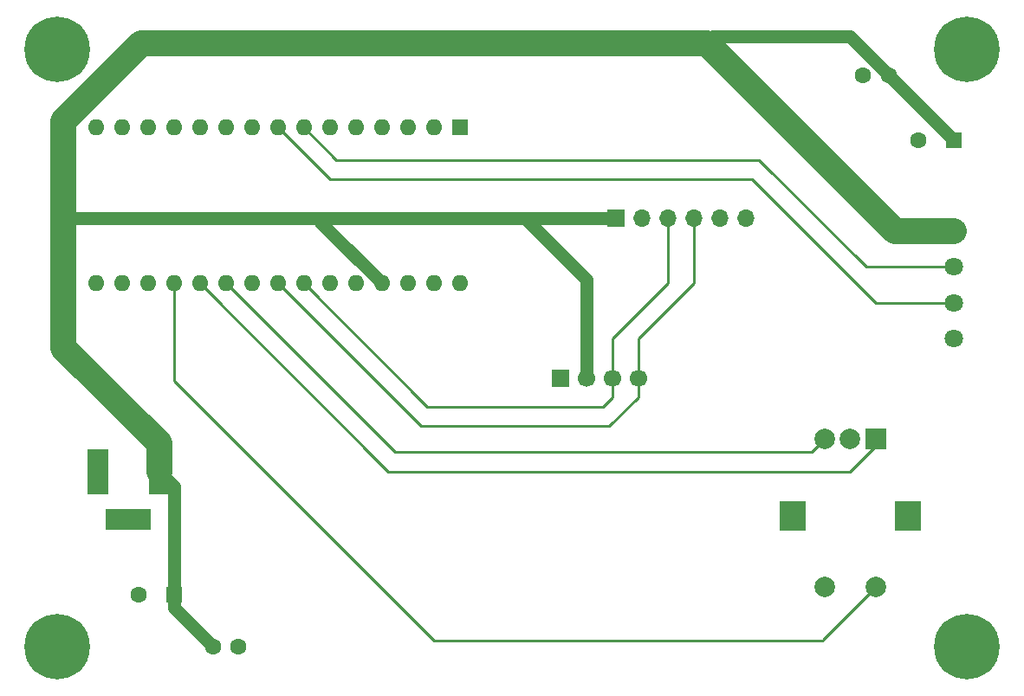
<source format=gbr>
%TF.GenerationSoftware,KiCad,Pcbnew,(5.1.6)-1*%
%TF.CreationDate,2020-11-08T18:33:20-05:00*%
%TF.ProjectId,ColorSensingLEDStrip,436f6c6f-7253-4656-9e73-696e674c4544,rev?*%
%TF.SameCoordinates,Original*%
%TF.FileFunction,Copper,L1,Top*%
%TF.FilePolarity,Positive*%
%FSLAX46Y46*%
G04 Gerber Fmt 4.6, Leading zero omitted, Abs format (unit mm)*
G04 Created by KiCad (PCBNEW (5.1.6)-1) date 2020-11-08 18:33:20*
%MOMM*%
%LPD*%
G01*
G04 APERTURE LIST*
%TA.AperFunction,ComponentPad*%
%ADD10C,1.800000*%
%TD*%
%TA.AperFunction,ComponentPad*%
%ADD11C,6.400000*%
%TD*%
%TA.AperFunction,ComponentPad*%
%ADD12O,1.700000X1.700000*%
%TD*%
%TA.AperFunction,ComponentPad*%
%ADD13R,1.700000X1.700000*%
%TD*%
%TA.AperFunction,ComponentPad*%
%ADD14C,1.700000*%
%TD*%
%TA.AperFunction,ComponentPad*%
%ADD15R,2.000000X2.000000*%
%TD*%
%TA.AperFunction,ComponentPad*%
%ADD16C,2.000000*%
%TD*%
%TA.AperFunction,ComponentPad*%
%ADD17R,2.500000X3.000000*%
%TD*%
%TA.AperFunction,ComponentPad*%
%ADD18R,2.000000X4.500000*%
%TD*%
%TA.AperFunction,ComponentPad*%
%ADD19R,4.500000X2.000000*%
%TD*%
%TA.AperFunction,ComponentPad*%
%ADD20C,1.600000*%
%TD*%
%TA.AperFunction,ComponentPad*%
%ADD21R,1.600000X1.600000*%
%TD*%
%TA.AperFunction,ComponentPad*%
%ADD22O,1.600000X1.600000*%
%TD*%
%TA.AperFunction,Conductor*%
%ADD23C,1.270000*%
%TD*%
%TA.AperFunction,Conductor*%
%ADD24C,2.540000*%
%TD*%
%TA.AperFunction,Conductor*%
%ADD25C,0.250000*%
%TD*%
G04 APERTURE END LIST*
D10*
%TO.P,J2,4*%
%TO.N,GND*%
X207010000Y-90510000D03*
%TO.P,J2,3*%
%TO.N,LED_DI*%
X207010000Y-87010000D03*
%TO.P,J2,2*%
%TO.N,LED_CI*%
X207010000Y-83510000D03*
%TO.P,J2,1*%
%TO.N,+5V*%
X207010000Y-80010000D03*
%TD*%
D11*
%TO.P,REF\u002A\u002A,1*%
%TO.N,N/C*%
X119380000Y-120650000D03*
%TD*%
%TO.P,REF\u002A\u002A,1*%
%TO.N,N/C*%
X119380000Y-62230000D03*
%TD*%
%TO.P,REF\u002A\u002A,1*%
%TO.N,N/C*%
X208280000Y-62230000D03*
%TD*%
%TO.P,REF\u002A\u002A,1*%
%TO.N,N/C*%
X208280000Y-120650000D03*
%TD*%
D12*
%TO.P,U1,6*%
%TO.N,Net-(U1-Pad6)*%
X186690000Y-78740000D03*
%TO.P,U1,5*%
%TO.N,Net-(U1-Pad5)*%
X184150000Y-78740000D03*
%TO.P,U1,4*%
%TO.N,I2C_SDA*%
X181610000Y-78740000D03*
%TO.P,U1,3*%
%TO.N,I2C_SCL*%
X179070000Y-78740000D03*
%TO.P,U1,2*%
%TO.N,GND*%
X176530000Y-78740000D03*
D13*
%TO.P,U1,1*%
%TO.N,+5V*%
X173990000Y-78740000D03*
%TD*%
D14*
%TO.P,U2,4*%
%TO.N,I2C_SDA*%
X176170000Y-94410000D03*
%TO.P,U2,3*%
%TO.N,I2C_SCL*%
X173630000Y-94410000D03*
%TO.P,U2,2*%
%TO.N,+5V*%
X171090000Y-94410000D03*
D13*
%TO.P,U2,1*%
%TO.N,GND*%
X168550000Y-94410000D03*
%TD*%
D15*
%TO.P,SW1,A*%
%TO.N,ENCODER_A*%
X199390000Y-100330000D03*
D16*
%TO.P,SW1,C*%
%TO.N,GND*%
X196890000Y-100330000D03*
%TO.P,SW1,B*%
%TO.N,ENCODER_B*%
X194390000Y-100330000D03*
D17*
%TO.P,SW1,MP*%
%TO.N,N/C*%
X202490000Y-107830000D03*
X191290000Y-107830000D03*
D16*
%TO.P,SW1,S1*%
%TO.N,ENCODER_SW*%
X199390000Y-114830000D03*
%TO.P,SW1,S2*%
%TO.N,GND*%
X194390000Y-114830000D03*
%TD*%
D18*
%TO.P,J1,2*%
%TO.N,GND*%
X123365000Y-103505000D03*
%TO.P,J1,1*%
%TO.N,+5V*%
X129365000Y-103505000D03*
D19*
%TO.P,J1,3*%
%TO.N,Net-(J1-Pad3)*%
X126365000Y-108205000D03*
%TD*%
D20*
%TO.P,C4,2*%
%TO.N,GND*%
X198160000Y-64770000D03*
%TO.P,C4,1*%
%TO.N,+5V*%
X200660000Y-64770000D03*
%TD*%
%TO.P,C3,2*%
%TO.N,GND*%
X203510000Y-71120000D03*
D21*
%TO.P,C3,1*%
%TO.N,+5V*%
X207010000Y-71120000D03*
%TD*%
D20*
%TO.P,C2,2*%
%TO.N,GND*%
X127310000Y-115570000D03*
D21*
%TO.P,C2,1*%
%TO.N,+5V*%
X130810000Y-115570000D03*
%TD*%
D20*
%TO.P,C1,2*%
%TO.N,GND*%
X137120000Y-120650000D03*
%TO.P,C1,1*%
%TO.N,+5V*%
X134620000Y-120650000D03*
%TD*%
D22*
%TO.P,A1,16*%
%TO.N,Net-(A1-Pad16)*%
X123190000Y-85090000D03*
%TO.P,A1,15*%
%TO.N,Net-(A1-Pad15)*%
X123190000Y-69850000D03*
%TO.P,A1,30*%
%TO.N,Net-(A1-Pad30)*%
X158750000Y-85090000D03*
%TO.P,A1,14*%
%TO.N,Net-(A1-Pad14)*%
X125730000Y-69850000D03*
%TO.P,A1,29*%
%TO.N,GND*%
X156210000Y-85090000D03*
%TO.P,A1,13*%
%TO.N,Net-(A1-Pad13)*%
X128270000Y-69850000D03*
%TO.P,A1,28*%
%TO.N,Net-(A1-Pad28)*%
X153670000Y-85090000D03*
%TO.P,A1,12*%
%TO.N,Net-(A1-Pad12)*%
X130810000Y-69850000D03*
%TO.P,A1,27*%
%TO.N,+5V*%
X151130000Y-85090000D03*
%TO.P,A1,11*%
%TO.N,Net-(A1-Pad11)*%
X133350000Y-69850000D03*
%TO.P,A1,26*%
%TO.N,Net-(A1-Pad26)*%
X148590000Y-85090000D03*
%TO.P,A1,10*%
%TO.N,Net-(A1-Pad10)*%
X135890000Y-69850000D03*
%TO.P,A1,25*%
%TO.N,Net-(A1-Pad25)*%
X146050000Y-85090000D03*
%TO.P,A1,9*%
%TO.N,Net-(A1-Pad9)*%
X138430000Y-69850000D03*
%TO.P,A1,24*%
%TO.N,I2C_SCL*%
X143510000Y-85090000D03*
%TO.P,A1,8*%
%TO.N,LED_DI*%
X140970000Y-69850000D03*
%TO.P,A1,23*%
%TO.N,I2C_SDA*%
X140970000Y-85090000D03*
%TO.P,A1,7*%
%TO.N,LED_CI*%
X143510000Y-69850000D03*
%TO.P,A1,22*%
%TO.N,Net-(A1-Pad22)*%
X138430000Y-85090000D03*
%TO.P,A1,6*%
%TO.N,Net-(A1-Pad6)*%
X146050000Y-69850000D03*
%TO.P,A1,21*%
%TO.N,ENCODER_B*%
X135890000Y-85090000D03*
%TO.P,A1,5*%
%TO.N,Net-(A1-Pad5)*%
X148590000Y-69850000D03*
%TO.P,A1,20*%
%TO.N,ENCODER_A*%
X133350000Y-85090000D03*
%TO.P,A1,4*%
%TO.N,GND*%
X151130000Y-69850000D03*
%TO.P,A1,19*%
%TO.N,ENCODER_SW*%
X130810000Y-85090000D03*
%TO.P,A1,3*%
%TO.N,Net-(A1-Pad3)*%
X153670000Y-69850000D03*
%TO.P,A1,18*%
%TO.N,Net-(A1-Pad18)*%
X128270000Y-85090000D03*
%TO.P,A1,2*%
%TO.N,Net-(A1-Pad2)*%
X156210000Y-69850000D03*
%TO.P,A1,17*%
%TO.N,Net-(A1-Pad17)*%
X125730000Y-85090000D03*
D21*
%TO.P,A1,1*%
%TO.N,Net-(A1-Pad1)*%
X158750000Y-69850000D03*
%TD*%
D23*
%TO.N,+5V*%
X207010000Y-71120000D02*
X200660000Y-64770000D01*
X165100000Y-78740000D02*
X171090000Y-84730000D01*
X171090000Y-94410000D02*
X171090000Y-84730000D01*
X130810000Y-104950000D02*
X130810000Y-115570000D01*
X129365000Y-103505000D02*
X130810000Y-104950000D01*
X130810000Y-116840000D02*
X134620000Y-120650000D01*
X130810000Y-115570000D02*
X130810000Y-116840000D01*
X151130000Y-85090000D02*
X145415000Y-79375000D01*
X145415000Y-79375000D02*
X144780000Y-78740000D01*
X173990000Y-78740000D02*
X144780000Y-78740000D01*
X144780000Y-78740000D02*
X120650000Y-78740000D01*
D24*
X207010000Y-80010000D02*
X201295000Y-80010000D01*
X201295000Y-80010000D02*
X182880000Y-61595000D01*
D23*
X196850000Y-60960000D02*
X200660000Y-64770000D01*
X182880000Y-61595000D02*
X183515000Y-60960000D01*
X183515000Y-60960000D02*
X196850000Y-60960000D01*
D24*
X120015000Y-69215000D02*
X127635000Y-61595000D01*
X120015000Y-91440000D02*
X120015000Y-69215000D01*
X127635000Y-61595000D02*
X182880000Y-61595000D01*
X129365000Y-103505000D02*
X129365000Y-100790000D01*
X129365000Y-100790000D02*
X120015000Y-91440000D01*
D25*
%TO.N,I2C_SCL*%
X155575000Y-97155000D02*
X143510000Y-85090000D01*
X173630000Y-94410000D02*
X173630000Y-96245000D01*
X172720000Y-97155000D02*
X155575000Y-97155000D01*
X173630000Y-96245000D02*
X172720000Y-97155000D01*
X179070000Y-85090000D02*
X179070000Y-78740000D01*
X173630000Y-94410000D02*
X173630000Y-90530000D01*
X173630000Y-90530000D02*
X179070000Y-85090000D01*
%TO.N,LED_DI*%
X207010000Y-87010000D02*
X199405000Y-87010000D01*
X199405000Y-87010000D02*
X187325000Y-74930000D01*
X146050000Y-74930000D02*
X140970000Y-69850000D01*
X187325000Y-74930000D02*
X146050000Y-74930000D01*
%TO.N,I2C_SDA*%
X173355000Y-99060000D02*
X176170000Y-96245000D01*
X140970000Y-85090000D02*
X154940000Y-99060000D01*
X176170000Y-96245000D02*
X176170000Y-94410000D01*
X154940000Y-99060000D02*
X173355000Y-99060000D01*
X181610000Y-78740000D02*
X181610000Y-85090000D01*
X176170000Y-90530000D02*
X176170000Y-94410000D01*
X181610000Y-85090000D02*
X176170000Y-90530000D01*
%TO.N,LED_CI*%
X146685000Y-73025000D02*
X143510000Y-69850000D01*
X187960000Y-73025000D02*
X146685000Y-73025000D01*
X207010000Y-83510000D02*
X198445000Y-83510000D01*
X198445000Y-83510000D02*
X187960000Y-73025000D01*
%TO.N,ENCODER_B*%
X135890000Y-85090000D02*
X152400000Y-101600000D01*
X193120000Y-101600000D02*
X194390000Y-100330000D01*
X152400000Y-101600000D02*
X193120000Y-101600000D01*
%TO.N,ENCODER_A*%
X199390000Y-100965000D02*
X199390000Y-100330000D01*
X196850000Y-103505000D02*
X199390000Y-100965000D01*
X133350000Y-85090000D02*
X151765000Y-103505000D01*
X151765000Y-103505000D02*
X196850000Y-103505000D01*
%TO.N,ENCODER_SW*%
X130810000Y-85090000D02*
X130810000Y-94615000D01*
X130810000Y-94615000D02*
X153670000Y-117475000D01*
X194205000Y-120015000D02*
X194257500Y-119962500D01*
X156210000Y-120015000D02*
X194205000Y-120015000D01*
X153670000Y-117475000D02*
X156210000Y-120015000D01*
X199390000Y-114830000D02*
X194257500Y-119962500D01*
%TD*%
M02*

</source>
